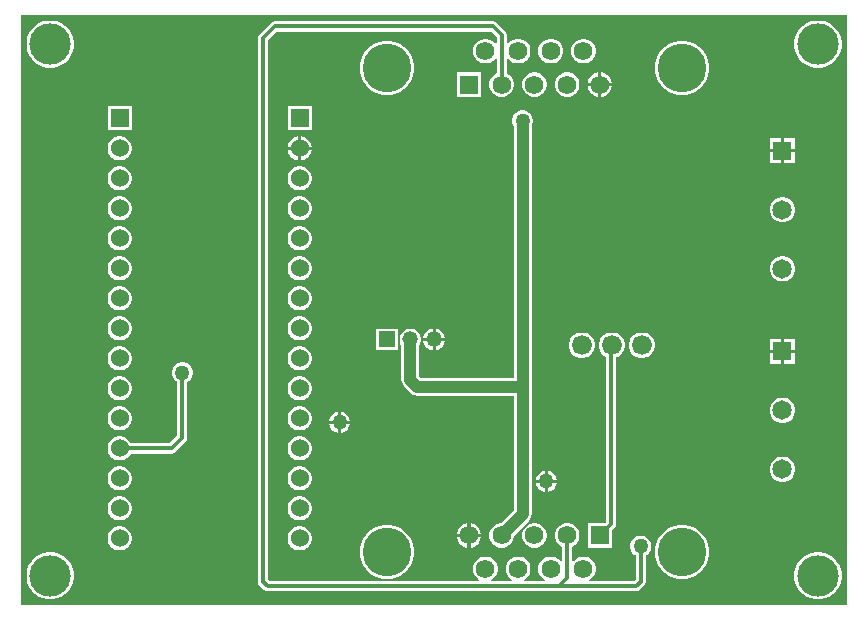
<source format=gbl>
G04*
G04 #@! TF.GenerationSoftware,Altium Limited,Altium Designer,23.4.1 (23)*
G04*
G04 Layer_Physical_Order=2*
G04 Layer_Color=16711680*
%FSLAX42Y42*%
%MOMM*%
G71*
G04*
G04 #@! TF.SameCoordinates,9F17B6EC-CAF7-4D44-AAD4-BEE513544B2B*
G04*
G04*
G04 #@! TF.FilePolarity,Positive*
G04*
G01*
G75*
%ADD32C,0.35*%
%ADD33C,1.00*%
%ADD34R,1.65X1.65*%
%ADD35C,1.65*%
%ADD36R,1.32X1.32*%
%ADD37C,1.32*%
%ADD38R,1.53X1.53*%
%ADD39C,1.53*%
%ADD40C,4.12*%
%ADD41R,1.58X1.58*%
%ADD42C,1.58*%
%ADD43C,1.68*%
%ADD44C,3.50*%
%ADD45C,1.27*%
G36*
X7000D02*
X0D01*
Y5000D01*
X7000D01*
Y0D01*
D02*
G37*
%LPC*%
G36*
X4000Y4944D02*
X2150D01*
X2133Y4940D01*
X2119Y4931D01*
X2019Y4831D01*
X2010Y4817D01*
X2006Y4800D01*
Y200D01*
X2010Y183D01*
X2019Y169D01*
X2059Y129D01*
X2073Y120D01*
X2090Y117D01*
X5210D01*
X5227Y120D01*
X5241Y129D01*
X5281Y169D01*
X5290Y183D01*
X5294Y200D01*
Y423D01*
X5305Y429D01*
X5321Y445D01*
X5333Y466D01*
X5339Y488D01*
Y512D01*
X5333Y534D01*
X5321Y555D01*
X5305Y571D01*
X5284Y583D01*
X5262Y589D01*
X5238D01*
X5216Y583D01*
X5195Y571D01*
X5179Y555D01*
X5167Y534D01*
X5161Y512D01*
Y488D01*
X5167Y466D01*
X5179Y445D01*
X5195Y429D01*
X5206Y423D01*
Y218D01*
X5192Y204D01*
X4819D01*
X4816Y217D01*
X4829Y225D01*
X4849Y244D01*
X4863Y268D01*
X4870Y294D01*
Y322D01*
X4863Y348D01*
X4849Y372D01*
X4829Y391D01*
X4806Y405D01*
X4779Y412D01*
X4752D01*
X4725Y405D01*
X4702Y391D01*
X4683Y373D01*
X4671Y375D01*
Y497D01*
X4691Y509D01*
X4710Y528D01*
X4724Y552D01*
X4731Y578D01*
Y606D01*
X4724Y632D01*
X4710Y656D01*
X4691Y675D01*
X4667Y689D01*
X4641Y696D01*
X4613D01*
X4587Y689D01*
X4563Y675D01*
X4544Y656D01*
X4530Y632D01*
X4523Y606D01*
Y578D01*
X4530Y552D01*
X4544Y528D01*
X4563Y509D01*
X4583Y497D01*
Y375D01*
X4571Y373D01*
X4552Y391D01*
X4529Y405D01*
X4502Y412D01*
X4475D01*
X4448Y405D01*
X4425Y391D01*
X4405Y372D01*
X4391Y348D01*
X4384Y322D01*
Y294D01*
X4391Y268D01*
X4405Y244D01*
X4425Y225D01*
X4438Y217D01*
X4435Y204D01*
X4265D01*
X4262Y217D01*
X4275Y225D01*
X4295Y244D01*
X4309Y268D01*
X4316Y294D01*
Y322D01*
X4309Y348D01*
X4295Y372D01*
X4275Y391D01*
X4252Y405D01*
X4225Y412D01*
X4198D01*
X4171Y405D01*
X4148Y391D01*
X4128Y372D01*
X4114Y348D01*
X4107Y322D01*
Y294D01*
X4114Y268D01*
X4128Y244D01*
X4148Y225D01*
X4161Y217D01*
X4158Y204D01*
X3988D01*
X3985Y217D01*
X3998Y225D01*
X4018Y244D01*
X4032Y268D01*
X4039Y294D01*
Y322D01*
X4032Y348D01*
X4018Y372D01*
X3998Y391D01*
X3975Y405D01*
X3948Y412D01*
X3921D01*
X3894Y405D01*
X3871Y391D01*
X3851Y372D01*
X3837Y348D01*
X3830Y322D01*
Y294D01*
X3837Y268D01*
X3851Y244D01*
X3871Y225D01*
X3884Y217D01*
X3881Y204D01*
X2108D01*
X2094Y218D01*
Y4782D01*
X2168Y4856D01*
X3982D01*
X4029Y4809D01*
Y4759D01*
X4017Y4757D01*
X3998Y4775D01*
X3975Y4789D01*
X3948Y4796D01*
X3921D01*
X3894Y4789D01*
X3871Y4775D01*
X3851Y4756D01*
X3837Y4732D01*
X3830Y4706D01*
Y4678D01*
X3837Y4652D01*
X3851Y4628D01*
X3871Y4609D01*
X3894Y4595D01*
X3921Y4588D01*
X3948D01*
X3975Y4595D01*
X3998Y4609D01*
X4017Y4627D01*
X4029Y4625D01*
Y4503D01*
X4009Y4491D01*
X3990Y4472D01*
X3976Y4448D01*
X3969Y4422D01*
Y4394D01*
X3976Y4368D01*
X3990Y4344D01*
X4009Y4325D01*
X4033Y4311D01*
X4059Y4304D01*
X4087D01*
X4113Y4311D01*
X4137Y4325D01*
X4156Y4344D01*
X4170Y4368D01*
X4177Y4394D01*
Y4422D01*
X4170Y4448D01*
X4156Y4472D01*
X4137Y4491D01*
X4117Y4503D01*
Y4625D01*
X4129Y4627D01*
X4148Y4609D01*
X4171Y4595D01*
X4198Y4588D01*
X4225D01*
X4252Y4595D01*
X4275Y4609D01*
X4295Y4628D01*
X4309Y4652D01*
X4316Y4678D01*
Y4706D01*
X4309Y4732D01*
X4295Y4756D01*
X4275Y4775D01*
X4252Y4789D01*
X4225Y4796D01*
X4198D01*
X4171Y4789D01*
X4148Y4775D01*
X4129Y4757D01*
X4117Y4759D01*
Y4827D01*
X4113Y4844D01*
X4104Y4858D01*
X4031Y4931D01*
X4017Y4940D01*
X4000Y4944D01*
D02*
G37*
G36*
X4779Y4796D02*
X4752D01*
X4725Y4789D01*
X4702Y4775D01*
X4682Y4756D01*
X4668Y4732D01*
X4661Y4706D01*
Y4678D01*
X4668Y4652D01*
X4682Y4628D01*
X4702Y4609D01*
X4725Y4595D01*
X4752Y4588D01*
X4779D01*
X4806Y4595D01*
X4829Y4609D01*
X4849Y4628D01*
X4863Y4652D01*
X4870Y4678D01*
Y4706D01*
X4863Y4732D01*
X4849Y4756D01*
X4829Y4775D01*
X4806Y4789D01*
X4779Y4796D01*
D02*
G37*
G36*
X4502D02*
X4475D01*
X4448Y4789D01*
X4425Y4775D01*
X4405Y4756D01*
X4391Y4732D01*
X4384Y4706D01*
Y4678D01*
X4391Y4652D01*
X4405Y4628D01*
X4425Y4609D01*
X4448Y4595D01*
X4475Y4588D01*
X4502D01*
X4529Y4595D01*
X4552Y4609D01*
X4572Y4628D01*
X4586Y4652D01*
X4593Y4678D01*
Y4706D01*
X4586Y4732D01*
X4572Y4756D01*
X4552Y4775D01*
X4529Y4789D01*
X4502Y4796D01*
D02*
G37*
G36*
X6770Y4950D02*
X6730D01*
X6692Y4943D01*
X6655Y4928D01*
X6622Y4906D01*
X6594Y4878D01*
X6572Y4845D01*
X6557Y4808D01*
X6550Y4770D01*
Y4730D01*
X6557Y4692D01*
X6572Y4655D01*
X6594Y4622D01*
X6622Y4594D01*
X6655Y4572D01*
X6692Y4557D01*
X6730Y4550D01*
X6770D01*
X6808Y4557D01*
X6845Y4572D01*
X6878Y4594D01*
X6906Y4622D01*
X6928Y4655D01*
X6943Y4692D01*
X6950Y4730D01*
Y4770D01*
X6943Y4808D01*
X6928Y4845D01*
X6906Y4878D01*
X6878Y4906D01*
X6845Y4928D01*
X6808Y4943D01*
X6770Y4950D01*
D02*
G37*
G36*
X270D02*
X230D01*
X192Y4943D01*
X155Y4928D01*
X122Y4906D01*
X94Y4878D01*
X72Y4845D01*
X57Y4808D01*
X50Y4770D01*
Y4730D01*
X57Y4692D01*
X72Y4655D01*
X94Y4622D01*
X122Y4594D01*
X155Y4572D01*
X192Y4557D01*
X230Y4550D01*
X270D01*
X308Y4557D01*
X345Y4572D01*
X378Y4594D01*
X406Y4622D01*
X428Y4655D01*
X443Y4692D01*
X450Y4730D01*
Y4770D01*
X443Y4808D01*
X428Y4845D01*
X406Y4878D01*
X378Y4906D01*
X345Y4928D01*
X308Y4943D01*
X270Y4950D01*
D02*
G37*
G36*
X4918Y4512D02*
X4917D01*
Y4421D01*
X5008D01*
Y4422D01*
X5001Y4448D01*
X4987Y4472D01*
X4968Y4491D01*
X4944Y4505D01*
X4918Y4512D01*
D02*
G37*
G36*
X4891D02*
X4890D01*
X4864Y4505D01*
X4840Y4491D01*
X4821Y4472D01*
X4807Y4448D01*
X4800Y4422D01*
Y4421D01*
X4891D01*
Y4512D01*
D02*
G37*
G36*
X5622Y4781D02*
X5577D01*
X5532Y4772D01*
X5490Y4755D01*
X5452Y4730D01*
X5420Y4697D01*
X5395Y4660D01*
X5377Y4617D01*
X5368Y4573D01*
Y4527D01*
X5377Y4483D01*
X5395Y4440D01*
X5420Y4403D01*
X5452Y4370D01*
X5490Y4345D01*
X5532Y4328D01*
X5577Y4319D01*
X5622D01*
X5667Y4328D01*
X5709Y4345D01*
X5747Y4370D01*
X5779Y4403D01*
X5804Y4440D01*
X5822Y4483D01*
X5831Y4527D01*
Y4573D01*
X5822Y4617D01*
X5804Y4660D01*
X5779Y4697D01*
X5747Y4730D01*
X5709Y4755D01*
X5667Y4772D01*
X5622Y4781D01*
D02*
G37*
G36*
X3123D02*
X3078D01*
X3033Y4772D01*
X2991Y4755D01*
X2953Y4730D01*
X2921Y4697D01*
X2896Y4660D01*
X2878Y4617D01*
X2869Y4573D01*
Y4527D01*
X2878Y4483D01*
X2896Y4440D01*
X2921Y4403D01*
X2953Y4370D01*
X2991Y4345D01*
X3033Y4328D01*
X3078Y4319D01*
X3123D01*
X3168Y4328D01*
X3210Y4345D01*
X3248Y4370D01*
X3280Y4403D01*
X3305Y4440D01*
X3323Y4483D01*
X3332Y4527D01*
Y4573D01*
X3323Y4617D01*
X3305Y4660D01*
X3280Y4697D01*
X3248Y4730D01*
X3210Y4755D01*
X3168Y4772D01*
X3123Y4781D01*
D02*
G37*
G36*
X5008Y4395D02*
X4917D01*
Y4304D01*
X4918D01*
X4944Y4311D01*
X4968Y4325D01*
X4987Y4344D01*
X5001Y4368D01*
X5008Y4394D01*
Y4395D01*
D02*
G37*
G36*
X4891D02*
X4800D01*
Y4394D01*
X4807Y4368D01*
X4821Y4344D01*
X4840Y4325D01*
X4864Y4311D01*
X4890Y4304D01*
X4891D01*
Y4395D01*
D02*
G37*
G36*
X4641Y4512D02*
X4613D01*
X4587Y4505D01*
X4563Y4491D01*
X4544Y4472D01*
X4530Y4448D01*
X4523Y4422D01*
Y4394D01*
X4530Y4368D01*
X4544Y4344D01*
X4563Y4325D01*
X4587Y4311D01*
X4613Y4304D01*
X4641D01*
X4667Y4311D01*
X4691Y4325D01*
X4710Y4344D01*
X4724Y4368D01*
X4731Y4394D01*
Y4422D01*
X4724Y4448D01*
X4710Y4472D01*
X4691Y4491D01*
X4667Y4505D01*
X4641Y4512D01*
D02*
G37*
G36*
X4364D02*
X4336D01*
X4310Y4505D01*
X4286Y4491D01*
X4267Y4472D01*
X4253Y4448D01*
X4246Y4422D01*
Y4394D01*
X4253Y4368D01*
X4267Y4344D01*
X4286Y4325D01*
X4310Y4311D01*
X4336Y4304D01*
X4364D01*
X4390Y4311D01*
X4414Y4325D01*
X4433Y4344D01*
X4447Y4368D01*
X4454Y4394D01*
Y4422D01*
X4447Y4448D01*
X4433Y4472D01*
X4414Y4491D01*
X4390Y4505D01*
X4364Y4512D01*
D02*
G37*
G36*
X3900D02*
X3692D01*
Y4304D01*
X3900D01*
Y4512D01*
D02*
G37*
G36*
X2464Y4223D02*
X2260D01*
Y4020D01*
X2464D01*
Y4223D01*
D02*
G37*
G36*
X940D02*
X736D01*
Y4020D01*
X940D01*
Y4223D01*
D02*
G37*
G36*
X2375Y3969D02*
X2375D01*
Y3880D01*
X2464D01*
Y3881D01*
X2457Y3907D01*
X2444Y3930D01*
X2425Y3949D01*
X2401Y3962D01*
X2375Y3969D01*
D02*
G37*
G36*
X2349D02*
X2349D01*
X2323Y3962D01*
X2299Y3949D01*
X2280Y3930D01*
X2267Y3907D01*
X2260Y3881D01*
Y3880D01*
X2349D01*
Y3969D01*
D02*
G37*
G36*
X6558Y3958D02*
X6463D01*
Y3863D01*
X6558D01*
Y3958D01*
D02*
G37*
G36*
X6437D02*
X6342D01*
Y3863D01*
X6437D01*
Y3958D01*
D02*
G37*
G36*
X2464Y3855D02*
X2375D01*
Y3766D01*
X2375D01*
X2401Y3773D01*
X2425Y3786D01*
X2444Y3805D01*
X2457Y3828D01*
X2464Y3854D01*
Y3855D01*
D02*
G37*
G36*
X2349D02*
X2260D01*
Y3854D01*
X2267Y3828D01*
X2280Y3805D01*
X2299Y3786D01*
X2323Y3773D01*
X2349Y3766D01*
X2349D01*
Y3855D01*
D02*
G37*
G36*
X851Y3969D02*
X825D01*
X799Y3962D01*
X775Y3949D01*
X756Y3930D01*
X743Y3907D01*
X736Y3881D01*
Y3854D01*
X743Y3828D01*
X756Y3805D01*
X775Y3786D01*
X799Y3773D01*
X825Y3766D01*
X851D01*
X877Y3773D01*
X901Y3786D01*
X920Y3805D01*
X933Y3828D01*
X940Y3854D01*
Y3881D01*
X933Y3907D01*
X920Y3930D01*
X901Y3949D01*
X877Y3962D01*
X851Y3969D01*
D02*
G37*
G36*
X6558Y3837D02*
X6463D01*
Y3742D01*
X6558D01*
Y3837D01*
D02*
G37*
G36*
X6437D02*
X6342D01*
Y3742D01*
X6437D01*
Y3837D01*
D02*
G37*
G36*
X2375Y3715D02*
X2349D01*
X2323Y3708D01*
X2299Y3695D01*
X2280Y3676D01*
X2267Y3653D01*
X2260Y3627D01*
Y3600D01*
X2267Y3574D01*
X2280Y3551D01*
X2299Y3532D01*
X2323Y3519D01*
X2349Y3512D01*
X2375D01*
X2401Y3519D01*
X2425Y3532D01*
X2444Y3551D01*
X2457Y3574D01*
X2464Y3600D01*
Y3627D01*
X2457Y3653D01*
X2444Y3676D01*
X2425Y3695D01*
X2401Y3708D01*
X2375Y3715D01*
D02*
G37*
G36*
X851D02*
X825D01*
X799Y3708D01*
X775Y3695D01*
X756Y3676D01*
X743Y3653D01*
X736Y3627D01*
Y3600D01*
X743Y3574D01*
X756Y3551D01*
X775Y3532D01*
X799Y3519D01*
X825Y3512D01*
X851D01*
X877Y3519D01*
X901Y3532D01*
X920Y3551D01*
X933Y3574D01*
X940Y3600D01*
Y3627D01*
X933Y3653D01*
X920Y3676D01*
X901Y3695D01*
X877Y3708D01*
X851Y3715D01*
D02*
G37*
G36*
X2375Y3461D02*
X2349D01*
X2323Y3454D01*
X2299Y3441D01*
X2280Y3422D01*
X2267Y3399D01*
X2260Y3373D01*
Y3346D01*
X2267Y3320D01*
X2280Y3297D01*
X2299Y3278D01*
X2323Y3265D01*
X2349Y3258D01*
X2375D01*
X2401Y3265D01*
X2425Y3278D01*
X2444Y3297D01*
X2457Y3320D01*
X2464Y3346D01*
Y3373D01*
X2457Y3399D01*
X2444Y3422D01*
X2425Y3441D01*
X2401Y3454D01*
X2375Y3461D01*
D02*
G37*
G36*
X851D02*
X825D01*
X799Y3454D01*
X775Y3441D01*
X756Y3422D01*
X743Y3399D01*
X736Y3373D01*
Y3346D01*
X743Y3320D01*
X756Y3297D01*
X775Y3278D01*
X799Y3265D01*
X825Y3258D01*
X851D01*
X877Y3265D01*
X901Y3278D01*
X920Y3297D01*
X933Y3320D01*
X940Y3346D01*
Y3373D01*
X933Y3399D01*
X920Y3422D01*
X901Y3441D01*
X877Y3454D01*
X851Y3461D01*
D02*
G37*
G36*
X6464Y3458D02*
X6436D01*
X6408Y3451D01*
X6384Y3436D01*
X6364Y3416D01*
X6349Y3392D01*
X6342Y3364D01*
Y3336D01*
X6349Y3308D01*
X6364Y3284D01*
X6384Y3264D01*
X6408Y3249D01*
X6436Y3242D01*
X6464D01*
X6492Y3249D01*
X6516Y3264D01*
X6536Y3284D01*
X6551Y3308D01*
X6558Y3336D01*
Y3364D01*
X6551Y3392D01*
X6536Y3416D01*
X6516Y3436D01*
X6492Y3451D01*
X6464Y3458D01*
D02*
G37*
G36*
X2375Y3207D02*
X2349D01*
X2323Y3200D01*
X2299Y3187D01*
X2280Y3168D01*
X2267Y3145D01*
X2260Y3119D01*
Y3092D01*
X2267Y3066D01*
X2280Y3043D01*
X2299Y3024D01*
X2323Y3011D01*
X2349Y3004D01*
X2375D01*
X2401Y3011D01*
X2425Y3024D01*
X2444Y3043D01*
X2457Y3066D01*
X2464Y3092D01*
Y3119D01*
X2457Y3145D01*
X2444Y3168D01*
X2425Y3187D01*
X2401Y3200D01*
X2375Y3207D01*
D02*
G37*
G36*
X851D02*
X825D01*
X799Y3200D01*
X775Y3187D01*
X756Y3168D01*
X743Y3145D01*
X736Y3119D01*
Y3092D01*
X743Y3066D01*
X756Y3043D01*
X775Y3024D01*
X799Y3011D01*
X825Y3004D01*
X851D01*
X877Y3011D01*
X901Y3024D01*
X920Y3043D01*
X933Y3066D01*
X940Y3092D01*
Y3119D01*
X933Y3145D01*
X920Y3168D01*
X901Y3187D01*
X877Y3200D01*
X851Y3207D01*
D02*
G37*
G36*
X2375Y2953D02*
X2349D01*
X2323Y2946D01*
X2299Y2933D01*
X2280Y2914D01*
X2267Y2891D01*
X2260Y2865D01*
Y2838D01*
X2267Y2812D01*
X2280Y2789D01*
X2299Y2770D01*
X2323Y2757D01*
X2349Y2750D01*
X2375D01*
X2401Y2757D01*
X2425Y2770D01*
X2444Y2789D01*
X2457Y2812D01*
X2464Y2838D01*
Y2865D01*
X2457Y2891D01*
X2444Y2914D01*
X2425Y2933D01*
X2401Y2946D01*
X2375Y2953D01*
D02*
G37*
G36*
X851D02*
X825D01*
X799Y2946D01*
X775Y2933D01*
X756Y2914D01*
X743Y2891D01*
X736Y2865D01*
Y2838D01*
X743Y2812D01*
X756Y2789D01*
X775Y2770D01*
X799Y2757D01*
X825Y2750D01*
X851D01*
X877Y2757D01*
X901Y2770D01*
X920Y2789D01*
X933Y2812D01*
X940Y2838D01*
Y2865D01*
X933Y2891D01*
X920Y2914D01*
X901Y2933D01*
X877Y2946D01*
X851Y2953D01*
D02*
G37*
G36*
X6464Y2958D02*
X6436D01*
X6408Y2951D01*
X6384Y2936D01*
X6364Y2916D01*
X6349Y2892D01*
X6342Y2864D01*
Y2836D01*
X6349Y2808D01*
X6364Y2784D01*
X6384Y2764D01*
X6408Y2749D01*
X6436Y2742D01*
X6464D01*
X6492Y2749D01*
X6516Y2764D01*
X6536Y2784D01*
X6551Y2808D01*
X6558Y2836D01*
Y2864D01*
X6551Y2892D01*
X6536Y2916D01*
X6516Y2936D01*
X6492Y2951D01*
X6464Y2958D01*
D02*
G37*
G36*
X2375Y2699D02*
X2349D01*
X2323Y2692D01*
X2299Y2679D01*
X2280Y2660D01*
X2267Y2637D01*
X2260Y2611D01*
Y2584D01*
X2267Y2558D01*
X2280Y2535D01*
X2299Y2516D01*
X2323Y2503D01*
X2349Y2496D01*
X2375D01*
X2401Y2503D01*
X2425Y2516D01*
X2444Y2535D01*
X2457Y2558D01*
X2464Y2584D01*
Y2611D01*
X2457Y2637D01*
X2444Y2660D01*
X2425Y2679D01*
X2401Y2692D01*
X2375Y2699D01*
D02*
G37*
G36*
X851D02*
X825D01*
X799Y2692D01*
X775Y2679D01*
X756Y2660D01*
X743Y2637D01*
X736Y2611D01*
Y2584D01*
X743Y2558D01*
X756Y2535D01*
X775Y2516D01*
X799Y2503D01*
X825Y2496D01*
X851D01*
X877Y2503D01*
X901Y2516D01*
X920Y2535D01*
X933Y2558D01*
X940Y2584D01*
Y2611D01*
X933Y2637D01*
X920Y2660D01*
X901Y2679D01*
X877Y2692D01*
X851Y2699D01*
D02*
G37*
G36*
X3513Y2341D02*
Y2263D01*
X3591D01*
X3585Y2285D01*
X3573Y2306D01*
X3556Y2323D01*
X3535Y2335D01*
X3513Y2341D01*
D02*
G37*
G36*
X3487D02*
X3465Y2335D01*
X3444Y2323D01*
X3427Y2306D01*
X3415Y2285D01*
X3409Y2263D01*
X3487D01*
Y2341D01*
D02*
G37*
G36*
X2375Y2445D02*
X2349D01*
X2323Y2438D01*
X2299Y2425D01*
X2280Y2406D01*
X2267Y2383D01*
X2260Y2357D01*
Y2330D01*
X2267Y2304D01*
X2280Y2281D01*
X2299Y2262D01*
X2323Y2249D01*
X2349Y2242D01*
X2375D01*
X2401Y2249D01*
X2425Y2262D01*
X2444Y2281D01*
X2457Y2304D01*
X2464Y2330D01*
Y2357D01*
X2457Y2383D01*
X2444Y2406D01*
X2425Y2425D01*
X2401Y2438D01*
X2375Y2445D01*
D02*
G37*
G36*
X851D02*
X825D01*
X799Y2438D01*
X775Y2425D01*
X756Y2406D01*
X743Y2383D01*
X736Y2357D01*
Y2330D01*
X743Y2304D01*
X756Y2281D01*
X775Y2262D01*
X799Y2249D01*
X825Y2242D01*
X851D01*
X877Y2249D01*
X901Y2262D01*
X920Y2281D01*
X933Y2304D01*
X940Y2330D01*
Y2357D01*
X933Y2383D01*
X920Y2406D01*
X901Y2425D01*
X877Y2438D01*
X851Y2445D01*
D02*
G37*
G36*
X6558Y2258D02*
X6463D01*
Y2163D01*
X6558D01*
Y2258D01*
D02*
G37*
G36*
X6437D02*
X6342D01*
Y2163D01*
X6437D01*
Y2258D01*
D02*
G37*
G36*
X3591Y2237D02*
X3513D01*
Y2159D01*
X3535Y2165D01*
X3556Y2177D01*
X3573Y2194D01*
X3585Y2215D01*
X3591Y2237D01*
D02*
G37*
G36*
X3487D02*
X3409D01*
X3415Y2215D01*
X3427Y2194D01*
X3444Y2177D01*
X3465Y2165D01*
X3487Y2159D01*
Y2237D01*
D02*
G37*
G36*
X3191Y2341D02*
X3009D01*
Y2159D01*
X3191D01*
Y2341D01*
D02*
G37*
G36*
X5272Y2309D02*
X5244D01*
X5216Y2302D01*
X5191Y2287D01*
X5171Y2267D01*
X5156Y2242D01*
X5149Y2214D01*
Y2186D01*
X5156Y2158D01*
X5171Y2133D01*
X5191Y2113D01*
X5216Y2098D01*
X5244Y2091D01*
X5272D01*
X5300Y2098D01*
X5325Y2113D01*
X5345Y2133D01*
X5360Y2158D01*
X5367Y2186D01*
Y2214D01*
X5360Y2242D01*
X5345Y2267D01*
X5325Y2287D01*
X5300Y2302D01*
X5272Y2309D01*
D02*
G37*
G36*
X4764D02*
X4736D01*
X4708Y2302D01*
X4683Y2287D01*
X4663Y2267D01*
X4648Y2242D01*
X4641Y2214D01*
Y2186D01*
X4648Y2158D01*
X4663Y2133D01*
X4683Y2113D01*
X4708Y2098D01*
X4736Y2091D01*
X4764D01*
X4792Y2098D01*
X4817Y2113D01*
X4837Y2133D01*
X4852Y2158D01*
X4859Y2186D01*
Y2214D01*
X4852Y2242D01*
X4837Y2267D01*
X4817Y2287D01*
X4792Y2302D01*
X4764Y2309D01*
D02*
G37*
G36*
X6558Y2137D02*
X6463D01*
Y2042D01*
X6558D01*
Y2137D01*
D02*
G37*
G36*
X6437D02*
X6342D01*
Y2042D01*
X6437D01*
Y2137D01*
D02*
G37*
G36*
X2375Y2191D02*
X2349D01*
X2323Y2184D01*
X2299Y2171D01*
X2280Y2152D01*
X2267Y2129D01*
X2260Y2103D01*
Y2076D01*
X2267Y2050D01*
X2280Y2027D01*
X2299Y2008D01*
X2323Y1995D01*
X2349Y1988D01*
X2375D01*
X2401Y1995D01*
X2425Y2008D01*
X2444Y2027D01*
X2457Y2050D01*
X2464Y2076D01*
Y2103D01*
X2457Y2129D01*
X2444Y2152D01*
X2425Y2171D01*
X2401Y2184D01*
X2375Y2191D01*
D02*
G37*
G36*
X851D02*
X825D01*
X799Y2184D01*
X775Y2171D01*
X756Y2152D01*
X743Y2129D01*
X736Y2103D01*
Y2076D01*
X743Y2050D01*
X756Y2027D01*
X775Y2008D01*
X799Y1995D01*
X825Y1988D01*
X851D01*
X877Y1995D01*
X901Y2008D01*
X920Y2027D01*
X933Y2050D01*
X940Y2076D01*
Y2103D01*
X933Y2129D01*
X920Y2152D01*
X901Y2171D01*
X877Y2184D01*
X851Y2191D01*
D02*
G37*
G36*
X4262Y4189D02*
X4238D01*
X4216Y4183D01*
X4195Y4171D01*
X4179Y4155D01*
X4167Y4134D01*
X4161Y4112D01*
Y4088D01*
X4167Y4066D01*
X4174Y4054D01*
Y1926D01*
X3390D01*
X3376Y1940D01*
Y2199D01*
X3385Y2215D01*
X3391Y2238D01*
Y2262D01*
X3385Y2285D01*
X3373Y2306D01*
X3356Y2323D01*
X3335Y2335D01*
X3312Y2341D01*
X3288D01*
X3265Y2335D01*
X3244Y2323D01*
X3227Y2306D01*
X3215Y2285D01*
X3209Y2262D01*
Y2238D01*
X3215Y2215D01*
X3224Y2199D01*
Y1909D01*
X3227Y1889D01*
X3234Y1871D01*
X3246Y1855D01*
X3305Y1796D01*
X3321Y1784D01*
X3328Y1781D01*
X3339Y1777D01*
X3359Y1774D01*
X4174D01*
Y801D01*
X4070Y696D01*
X4059D01*
X4033Y689D01*
X4009Y675D01*
X3990Y656D01*
X3976Y632D01*
X3969Y606D01*
Y578D01*
X3976Y552D01*
X3990Y528D01*
X4009Y509D01*
X4033Y495D01*
X4059Y488D01*
X4087D01*
X4113Y495D01*
X4137Y509D01*
X4156Y528D01*
X4170Y552D01*
X4177Y578D01*
Y589D01*
X4304Y715D01*
X4316Y731D01*
X4323Y749D01*
X4326Y769D01*
Y1850D01*
Y4054D01*
X4333Y4066D01*
X4339Y4088D01*
Y4112D01*
X4333Y4134D01*
X4321Y4155D01*
X4305Y4171D01*
X4284Y4183D01*
X4262Y4189D01*
D02*
G37*
G36*
X2375Y1937D02*
X2349D01*
X2323Y1930D01*
X2299Y1917D01*
X2280Y1898D01*
X2267Y1875D01*
X2260Y1849D01*
Y1822D01*
X2267Y1796D01*
X2280Y1773D01*
X2299Y1754D01*
X2323Y1741D01*
X2349Y1734D01*
X2375D01*
X2401Y1741D01*
X2425Y1754D01*
X2444Y1773D01*
X2457Y1796D01*
X2464Y1822D01*
Y1849D01*
X2457Y1875D01*
X2444Y1898D01*
X2425Y1917D01*
X2401Y1930D01*
X2375Y1937D01*
D02*
G37*
G36*
X851D02*
X825D01*
X799Y1930D01*
X775Y1917D01*
X756Y1898D01*
X743Y1875D01*
X736Y1849D01*
Y1822D01*
X743Y1796D01*
X756Y1773D01*
X775Y1754D01*
X799Y1741D01*
X825Y1734D01*
X851D01*
X877Y1741D01*
X901Y1754D01*
X920Y1773D01*
X933Y1796D01*
X940Y1822D01*
Y1849D01*
X933Y1875D01*
X920Y1898D01*
X901Y1917D01*
X877Y1930D01*
X851Y1937D01*
D02*
G37*
G36*
X2713Y1639D02*
Y1563D01*
X2789D01*
X2783Y1584D01*
X2771Y1605D01*
X2755Y1621D01*
X2734Y1633D01*
X2713Y1639D01*
D02*
G37*
G36*
X2687D02*
X2666Y1633D01*
X2645Y1621D01*
X2629Y1605D01*
X2617Y1584D01*
X2611Y1563D01*
X2687D01*
Y1639D01*
D02*
G37*
G36*
X6464Y1758D02*
X6436D01*
X6408Y1751D01*
X6384Y1736D01*
X6364Y1716D01*
X6349Y1692D01*
X6342Y1664D01*
Y1636D01*
X6349Y1608D01*
X6364Y1584D01*
X6384Y1564D01*
X6408Y1549D01*
X6436Y1542D01*
X6464D01*
X6492Y1549D01*
X6516Y1564D01*
X6536Y1584D01*
X6551Y1608D01*
X6558Y1636D01*
Y1664D01*
X6551Y1692D01*
X6536Y1716D01*
X6516Y1736D01*
X6492Y1751D01*
X6464Y1758D01*
D02*
G37*
G36*
X2375Y1683D02*
X2349D01*
X2323Y1676D01*
X2299Y1663D01*
X2280Y1644D01*
X2267Y1621D01*
X2260Y1595D01*
Y1568D01*
X2267Y1542D01*
X2280Y1519D01*
X2299Y1500D01*
X2323Y1487D01*
X2349Y1480D01*
X2375D01*
X2401Y1487D01*
X2425Y1500D01*
X2444Y1519D01*
X2457Y1542D01*
X2464Y1568D01*
Y1595D01*
X2457Y1621D01*
X2444Y1644D01*
X2425Y1663D01*
X2401Y1676D01*
X2375Y1683D01*
D02*
G37*
G36*
X851D02*
X825D01*
X799Y1676D01*
X775Y1663D01*
X756Y1644D01*
X743Y1621D01*
X736Y1595D01*
Y1568D01*
X743Y1542D01*
X756Y1519D01*
X775Y1500D01*
X799Y1487D01*
X825Y1480D01*
X851D01*
X877Y1487D01*
X901Y1500D01*
X920Y1519D01*
X933Y1542D01*
X940Y1568D01*
Y1595D01*
X933Y1621D01*
X920Y1644D01*
X901Y1663D01*
X877Y1676D01*
X851Y1683D01*
D02*
G37*
G36*
X2789Y1537D02*
X2713D01*
Y1461D01*
X2734Y1467D01*
X2755Y1479D01*
X2771Y1495D01*
X2783Y1516D01*
X2789Y1537D01*
D02*
G37*
G36*
X2687D02*
X2611D01*
X2617Y1516D01*
X2629Y1495D01*
X2645Y1479D01*
X2666Y1467D01*
X2687Y1461D01*
Y1537D01*
D02*
G37*
G36*
X1382Y2059D02*
X1358D01*
X1336Y2053D01*
X1316Y2041D01*
X1299Y2025D01*
X1287Y2004D01*
X1281Y1982D01*
Y1958D01*
X1287Y1936D01*
X1299Y1916D01*
X1316Y1899D01*
X1321Y1896D01*
Y1433D01*
X1259Y1371D01*
X930D01*
X920Y1390D01*
X901Y1409D01*
X877Y1422D01*
X851Y1429D01*
X825D01*
X799Y1422D01*
X775Y1409D01*
X756Y1390D01*
X743Y1367D01*
X736Y1341D01*
Y1314D01*
X743Y1288D01*
X756Y1265D01*
X775Y1246D01*
X799Y1233D01*
X825Y1226D01*
X851D01*
X877Y1233D01*
X901Y1246D01*
X920Y1265D01*
X930Y1284D01*
X1277D01*
X1294Y1287D01*
X1308Y1297D01*
X1396Y1384D01*
X1405Y1398D01*
X1408Y1415D01*
Y1890D01*
X1425Y1899D01*
X1441Y1916D01*
X1453Y1936D01*
X1459Y1958D01*
Y1982D01*
X1453Y2004D01*
X1441Y2025D01*
X1425Y2041D01*
X1404Y2053D01*
X1382Y2059D01*
D02*
G37*
G36*
X2375Y1429D02*
X2349D01*
X2323Y1422D01*
X2299Y1409D01*
X2280Y1390D01*
X2267Y1367D01*
X2260Y1341D01*
Y1314D01*
X2267Y1288D01*
X2280Y1265D01*
X2299Y1246D01*
X2323Y1233D01*
X2349Y1226D01*
X2375D01*
X2401Y1233D01*
X2425Y1246D01*
X2444Y1265D01*
X2457Y1288D01*
X2464Y1314D01*
Y1341D01*
X2457Y1367D01*
X2444Y1390D01*
X2425Y1409D01*
X2401Y1422D01*
X2375Y1429D01*
D02*
G37*
G36*
X4463Y1139D02*
Y1063D01*
X4539D01*
X4533Y1084D01*
X4521Y1105D01*
X4505Y1121D01*
X4484Y1133D01*
X4463Y1139D01*
D02*
G37*
G36*
X4437D02*
X4416Y1133D01*
X4395Y1121D01*
X4379Y1105D01*
X4367Y1084D01*
X4361Y1063D01*
X4437D01*
Y1139D01*
D02*
G37*
G36*
X6464Y1258D02*
X6436D01*
X6408Y1251D01*
X6384Y1236D01*
X6364Y1216D01*
X6349Y1192D01*
X6342Y1164D01*
Y1136D01*
X6349Y1108D01*
X6364Y1084D01*
X6384Y1064D01*
X6408Y1049D01*
X6436Y1042D01*
X6464D01*
X6492Y1049D01*
X6516Y1064D01*
X6536Y1084D01*
X6551Y1108D01*
X6558Y1136D01*
Y1164D01*
X6551Y1192D01*
X6536Y1216D01*
X6516Y1236D01*
X6492Y1251D01*
X6464Y1258D01*
D02*
G37*
G36*
X2375Y1175D02*
X2349D01*
X2323Y1168D01*
X2299Y1155D01*
X2280Y1136D01*
X2267Y1113D01*
X2260Y1087D01*
Y1060D01*
X2267Y1034D01*
X2280Y1011D01*
X2299Y992D01*
X2323Y979D01*
X2349Y972D01*
X2375D01*
X2401Y979D01*
X2425Y992D01*
X2444Y1011D01*
X2457Y1034D01*
X2464Y1060D01*
Y1087D01*
X2457Y1113D01*
X2444Y1136D01*
X2425Y1155D01*
X2401Y1168D01*
X2375Y1175D01*
D02*
G37*
G36*
X851D02*
X825D01*
X799Y1168D01*
X775Y1155D01*
X756Y1136D01*
X743Y1113D01*
X736Y1087D01*
Y1060D01*
X743Y1034D01*
X756Y1011D01*
X775Y992D01*
X799Y979D01*
X825Y972D01*
X851D01*
X877Y979D01*
X901Y992D01*
X920Y1011D01*
X933Y1034D01*
X940Y1060D01*
Y1087D01*
X933Y1113D01*
X920Y1136D01*
X901Y1155D01*
X877Y1168D01*
X851Y1175D01*
D02*
G37*
G36*
X4539Y1037D02*
X4463D01*
Y961D01*
X4484Y967D01*
X4505Y979D01*
X4521Y995D01*
X4533Y1016D01*
X4539Y1037D01*
D02*
G37*
G36*
X4437D02*
X4361D01*
X4367Y1016D01*
X4379Y995D01*
X4395Y979D01*
X4416Y967D01*
X4437Y961D01*
Y1037D01*
D02*
G37*
G36*
X2375Y921D02*
X2349D01*
X2323Y914D01*
X2299Y901D01*
X2280Y882D01*
X2267Y859D01*
X2260Y833D01*
Y806D01*
X2267Y780D01*
X2280Y757D01*
X2299Y738D01*
X2323Y725D01*
X2349Y718D01*
X2375D01*
X2401Y725D01*
X2425Y738D01*
X2444Y757D01*
X2457Y780D01*
X2464Y806D01*
Y833D01*
X2457Y859D01*
X2444Y882D01*
X2425Y901D01*
X2401Y914D01*
X2375Y921D01*
D02*
G37*
G36*
X851D02*
X825D01*
X799Y914D01*
X775Y901D01*
X756Y882D01*
X743Y859D01*
X736Y833D01*
Y806D01*
X743Y780D01*
X756Y757D01*
X775Y738D01*
X799Y725D01*
X825Y718D01*
X851D01*
X877Y725D01*
X901Y738D01*
X920Y757D01*
X933Y780D01*
X940Y806D01*
Y833D01*
X933Y859D01*
X920Y882D01*
X901Y901D01*
X877Y914D01*
X851Y921D01*
D02*
G37*
G36*
X3810Y696D02*
X3809D01*
Y605D01*
X3900D01*
Y606D01*
X3893Y632D01*
X3879Y656D01*
X3860Y675D01*
X3836Y689D01*
X3810Y696D01*
D02*
G37*
G36*
X3783D02*
X3782D01*
X3756Y689D01*
X3732Y675D01*
X3713Y656D01*
X3699Y632D01*
X3692Y606D01*
Y605D01*
X3783D01*
Y696D01*
D02*
G37*
G36*
X5018Y2309D02*
X4990D01*
X4962Y2302D01*
X4937Y2287D01*
X4917Y2267D01*
X4902Y2242D01*
X4895Y2214D01*
Y2186D01*
X4902Y2158D01*
X4917Y2133D01*
X4937Y2113D01*
X4956Y2101D01*
Y706D01*
X4946Y696D01*
X4800D01*
Y488D01*
X5008D01*
Y634D01*
X5031Y657D01*
X5040Y671D01*
X5044Y688D01*
Y2098D01*
X5046Y2098D01*
X5071Y2113D01*
X5091Y2133D01*
X5106Y2158D01*
X5113Y2186D01*
Y2214D01*
X5106Y2242D01*
X5091Y2267D01*
X5071Y2287D01*
X5046Y2302D01*
X5018Y2309D01*
D02*
G37*
G36*
X4364Y696D02*
X4336D01*
X4310Y689D01*
X4286Y675D01*
X4267Y656D01*
X4253Y632D01*
X4246Y606D01*
Y578D01*
X4253Y552D01*
X4267Y528D01*
X4286Y509D01*
X4310Y495D01*
X4336Y488D01*
X4364D01*
X4390Y495D01*
X4414Y509D01*
X4433Y528D01*
X4447Y552D01*
X4454Y578D01*
Y606D01*
X4447Y632D01*
X4433Y656D01*
X4414Y675D01*
X4390Y689D01*
X4364Y696D01*
D02*
G37*
G36*
X3900Y579D02*
X3809D01*
Y488D01*
X3810D01*
X3836Y495D01*
X3860Y509D01*
X3879Y528D01*
X3893Y552D01*
X3900Y578D01*
Y579D01*
D02*
G37*
G36*
X3783D02*
X3692D01*
Y578D01*
X3699Y552D01*
X3713Y528D01*
X3732Y509D01*
X3756Y495D01*
X3782Y488D01*
X3783D01*
Y579D01*
D02*
G37*
G36*
X2375Y667D02*
X2349D01*
X2323Y660D01*
X2299Y647D01*
X2280Y628D01*
X2267Y605D01*
X2260Y579D01*
Y552D01*
X2267Y526D01*
X2280Y503D01*
X2299Y484D01*
X2323Y471D01*
X2349Y464D01*
X2375D01*
X2401Y471D01*
X2425Y484D01*
X2444Y503D01*
X2457Y526D01*
X2464Y552D01*
Y579D01*
X2457Y605D01*
X2444Y628D01*
X2425Y647D01*
X2401Y660D01*
X2375Y667D01*
D02*
G37*
G36*
X851D02*
X825D01*
X799Y660D01*
X775Y647D01*
X756Y628D01*
X743Y605D01*
X736Y579D01*
Y552D01*
X743Y526D01*
X756Y503D01*
X775Y484D01*
X799Y471D01*
X825Y464D01*
X851D01*
X877Y471D01*
X901Y484D01*
X920Y503D01*
X933Y526D01*
X940Y552D01*
Y579D01*
X933Y605D01*
X920Y628D01*
X901Y647D01*
X877Y660D01*
X851Y667D01*
D02*
G37*
G36*
X5622Y681D02*
X5577D01*
X5532Y672D01*
X5490Y655D01*
X5452Y630D01*
X5420Y597D01*
X5395Y560D01*
X5377Y517D01*
X5368Y473D01*
Y427D01*
X5377Y383D01*
X5395Y340D01*
X5420Y303D01*
X5452Y270D01*
X5490Y245D01*
X5532Y228D01*
X5577Y219D01*
X5622D01*
X5667Y228D01*
X5709Y245D01*
X5747Y270D01*
X5779Y303D01*
X5804Y340D01*
X5822Y383D01*
X5831Y427D01*
Y473D01*
X5822Y517D01*
X5804Y560D01*
X5779Y597D01*
X5747Y630D01*
X5709Y655D01*
X5667Y672D01*
X5622Y681D01*
D02*
G37*
G36*
X3123D02*
X3078D01*
X3033Y672D01*
X2991Y655D01*
X2953Y630D01*
X2921Y597D01*
X2896Y560D01*
X2878Y517D01*
X2869Y473D01*
Y427D01*
X2878Y383D01*
X2896Y340D01*
X2921Y303D01*
X2953Y270D01*
X2991Y245D01*
X3033Y228D01*
X3078Y219D01*
X3123D01*
X3168Y228D01*
X3210Y245D01*
X3248Y270D01*
X3280Y303D01*
X3305Y340D01*
X3323Y383D01*
X3332Y427D01*
Y473D01*
X3323Y517D01*
X3305Y560D01*
X3280Y597D01*
X3248Y630D01*
X3210Y655D01*
X3168Y672D01*
X3123Y681D01*
D02*
G37*
G36*
X6770Y450D02*
X6730D01*
X6692Y443D01*
X6655Y428D01*
X6622Y406D01*
X6594Y378D01*
X6572Y345D01*
X6557Y308D01*
X6550Y270D01*
Y230D01*
X6557Y192D01*
X6572Y155D01*
X6594Y122D01*
X6622Y94D01*
X6655Y72D01*
X6692Y57D01*
X6730Y50D01*
X6770D01*
X6808Y57D01*
X6845Y72D01*
X6878Y94D01*
X6906Y122D01*
X6928Y155D01*
X6943Y192D01*
X6950Y230D01*
Y270D01*
X6943Y308D01*
X6928Y345D01*
X6906Y378D01*
X6878Y406D01*
X6845Y428D01*
X6808Y443D01*
X6770Y450D01*
D02*
G37*
G36*
X270D02*
X230D01*
X192Y443D01*
X155Y428D01*
X122Y406D01*
X94Y378D01*
X72Y345D01*
X57Y308D01*
X50Y270D01*
Y230D01*
X57Y192D01*
X72Y155D01*
X94Y122D01*
X122Y94D01*
X155Y72D01*
X192Y57D01*
X230Y50D01*
X270D01*
X308Y57D01*
X345Y72D01*
X378Y94D01*
X406Y122D01*
X428Y155D01*
X443Y192D01*
X450Y230D01*
Y270D01*
X443Y308D01*
X428Y345D01*
X406Y378D01*
X378Y406D01*
X345Y428D01*
X308Y443D01*
X270Y450D01*
D02*
G37*
%LPD*%
D32*
X1277Y1327D02*
X1365Y1415D01*
X838Y1327D02*
X1277D01*
X1365Y1415D02*
Y1965D01*
X1370Y1970D01*
X5000Y688D02*
Y2200D01*
X4904Y592D02*
X5000Y688D01*
X4560Y160D02*
X5210D01*
X5250Y200D01*
Y500D01*
X4560Y160D02*
X4627Y227D01*
X2090Y160D02*
X4560D01*
X2347Y835D02*
X2362Y819D01*
X4627Y227D02*
Y592D01*
X2050Y200D02*
X2090Y160D01*
X2050Y4800D02*
X2150Y4900D01*
X2050Y200D02*
Y4800D01*
X2150Y4900D02*
X4000D01*
X4073Y4408D02*
Y4827D01*
X4000Y4900D02*
X4073Y4827D01*
D33*
X4250Y1850D02*
Y4100D01*
Y769D02*
Y1850D01*
X3359D02*
X4250D01*
X3300Y1909D02*
Y2250D01*
Y1909D02*
X3359Y1850D01*
X4073Y592D02*
X4250Y769D01*
D34*
X6450Y3850D02*
D03*
Y2150D02*
D03*
D35*
Y3350D02*
D03*
Y2850D02*
D03*
Y1150D02*
D03*
Y1650D02*
D03*
D36*
X3100Y2250D02*
D03*
D37*
X3300D02*
D03*
X3500D02*
D03*
D38*
X2362Y4122D02*
D03*
X838D02*
D03*
D39*
X2362Y3867D02*
D03*
Y3613D02*
D03*
Y3360D02*
D03*
Y3106D02*
D03*
Y2851D02*
D03*
Y2598D02*
D03*
Y2343D02*
D03*
Y2090D02*
D03*
Y1835D02*
D03*
Y1581D02*
D03*
Y1327D02*
D03*
Y1073D02*
D03*
Y819D02*
D03*
Y566D02*
D03*
X838Y3867D02*
D03*
Y3613D02*
D03*
Y3360D02*
D03*
Y3106D02*
D03*
Y2851D02*
D03*
Y2598D02*
D03*
Y2343D02*
D03*
Y2090D02*
D03*
Y1835D02*
D03*
Y1581D02*
D03*
Y1327D02*
D03*
Y1073D02*
D03*
Y819D02*
D03*
Y566D02*
D03*
D40*
X3100Y4550D02*
D03*
X5599D02*
D03*
Y450D02*
D03*
X3100D02*
D03*
D41*
X3796Y4408D02*
D03*
X4904Y592D02*
D03*
D42*
X4073Y4408D02*
D03*
X4350D02*
D03*
X4488Y4692D02*
D03*
X4627Y4408D02*
D03*
X4765Y4692D02*
D03*
X4904Y4408D02*
D03*
X4212Y4692D02*
D03*
X3935D02*
D03*
X4627Y592D02*
D03*
X4350D02*
D03*
X4212Y308D02*
D03*
X4073Y592D02*
D03*
X3935Y308D02*
D03*
X3796Y592D02*
D03*
X4488Y308D02*
D03*
X4765D02*
D03*
D43*
X4750Y2200D02*
D03*
X5258D02*
D03*
X5004D02*
D03*
D44*
X250Y4750D02*
D03*
X6750Y250D02*
D03*
Y4750D02*
D03*
X250Y250D02*
D03*
D45*
X1370Y1970D02*
D03*
X4450Y1050D02*
D03*
X4250Y4100D02*
D03*
X5250Y500D02*
D03*
X2700Y1550D02*
D03*
M02*

</source>
